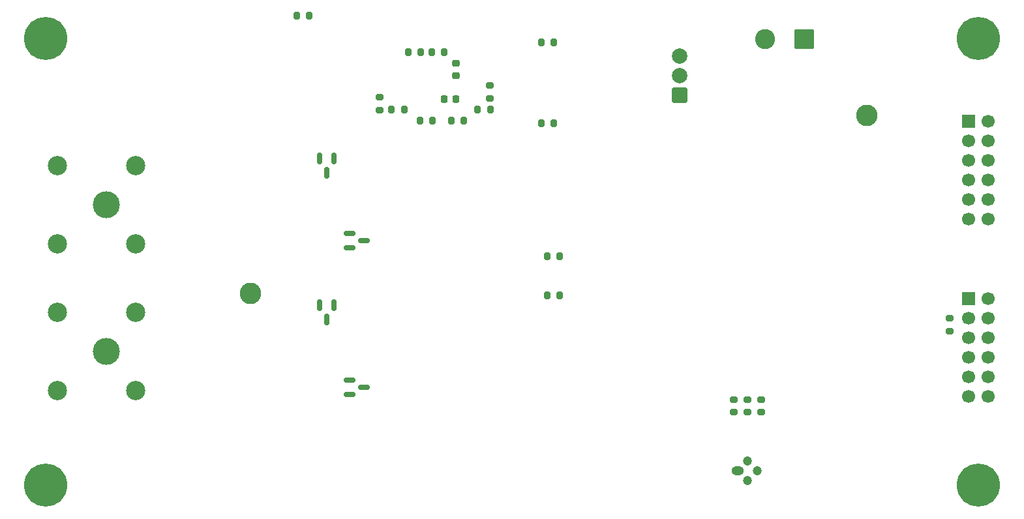
<source format=gbr>
G04 #@! TF.GenerationSoftware,KiCad,Pcbnew,9.0.3*
G04 #@! TF.CreationDate,2025-08-15T00:00:32+02:00*
G04 #@! TF.ProjectId,MADC_ARTY,4d414443-5f41-4525-9459-2e6b69636164,rev?*
G04 #@! TF.SameCoordinates,Original*
G04 #@! TF.FileFunction,Soldermask,Bot*
G04 #@! TF.FilePolarity,Negative*
%FSLAX46Y46*%
G04 Gerber Fmt 4.6, Leading zero omitted, Abs format (unit mm)*
G04 Created by KiCad (PCBNEW 9.0.3) date 2025-08-15 00:00:32*
%MOMM*%
%LPD*%
G01*
G04 APERTURE LIST*
G04 Aperture macros list*
%AMRoundRect*
0 Rectangle with rounded corners*
0 $1 Rounding radius*
0 $2 $3 $4 $5 $6 $7 $8 $9 X,Y pos of 4 corners*
0 Add a 4 corners polygon primitive as box body*
4,1,4,$2,$3,$4,$5,$6,$7,$8,$9,$2,$3,0*
0 Add four circle primitives for the rounded corners*
1,1,$1+$1,$2,$3*
1,1,$1+$1,$4,$5*
1,1,$1+$1,$6,$7*
1,1,$1+$1,$8,$9*
0 Add four rect primitives between the rounded corners*
20,1,$1+$1,$2,$3,$4,$5,0*
20,1,$1+$1,$4,$5,$6,$7,0*
20,1,$1+$1,$6,$7,$8,$9,0*
20,1,$1+$1,$8,$9,$2,$3,0*%
G04 Aperture macros list end*
%ADD10C,2.500000*%
%ADD11C,3.500000*%
%ADD12RoundRect,0.250000X0.750000X0.750000X-0.750000X0.750000X-0.750000X-0.750000X0.750000X-0.750000X0*%
%ADD13C,2.000000*%
%ADD14C,5.600000*%
%ADD15C,2.800000*%
%ADD16O,1.600000X1.200000*%
%ADD17C,1.200000*%
%ADD18R,1.700000X1.700000*%
%ADD19C,1.700000*%
%ADD20RoundRect,0.250000X1.050000X1.050000X-1.050000X1.050000X-1.050000X-1.050000X1.050000X-1.050000X0*%
%ADD21C,2.600000*%
%ADD22RoundRect,0.200000X-0.200000X-0.275000X0.200000X-0.275000X0.200000X0.275000X-0.200000X0.275000X0*%
%ADD23RoundRect,0.150000X-0.587500X-0.150000X0.587500X-0.150000X0.587500X0.150000X-0.587500X0.150000X0*%
%ADD24RoundRect,0.200000X0.275000X-0.200000X0.275000X0.200000X-0.275000X0.200000X-0.275000X-0.200000X0*%
%ADD25RoundRect,0.200000X-0.275000X0.200000X-0.275000X-0.200000X0.275000X-0.200000X0.275000X0.200000X0*%
%ADD26RoundRect,0.225000X0.225000X0.250000X-0.225000X0.250000X-0.225000X-0.250000X0.225000X-0.250000X0*%
%ADD27RoundRect,0.225000X-0.250000X0.225000X-0.250000X-0.225000X0.250000X-0.225000X0.250000X0.225000X0*%
%ADD28RoundRect,0.150000X-0.150000X0.587500X-0.150000X-0.587500X0.150000X-0.587500X0.150000X0.587500X0*%
%ADD29RoundRect,0.200000X0.200000X0.275000X-0.200000X0.275000X-0.200000X-0.275000X0.200000X-0.275000X0*%
G04 APERTURE END LIST*
D10*
G04 #@! TO.C,J1*
X105654000Y-72644000D03*
X105654000Y-62484000D03*
X95494000Y-72644000D03*
X95494000Y-62484000D03*
D11*
X101854000Y-67564000D03*
G04 #@! TD*
D12*
G04 #@! TO.C,U3*
X176273500Y-53340000D03*
D13*
X176273500Y-50800000D03*
X176273500Y-48260000D03*
G04 #@! TD*
D14*
G04 #@! TO.C,H2*
X215000000Y-46000000D03*
G04 #@! TD*
D15*
G04 #@! TO.C,TP7*
X120523000Y-79121000D03*
G04 #@! TD*
G04 #@! TO.C,TP6*
X200533000Y-56007000D03*
G04 #@! TD*
D10*
G04 #@! TO.C,J2*
X105654000Y-91694000D03*
X105654000Y-81534000D03*
X95494000Y-91694000D03*
X95494000Y-81534000D03*
D11*
X101854000Y-86614000D03*
G04 #@! TD*
D16*
G04 #@! TO.C,U21*
X183769000Y-102108000D03*
D17*
X185039000Y-103378000D03*
X186309000Y-102108000D03*
X185039000Y-100838000D03*
G04 #@! TD*
D14*
G04 #@! TO.C,H3*
X94000000Y-104000000D03*
G04 #@! TD*
G04 #@! TO.C,H4*
X215000000Y-104000000D03*
G04 #@! TD*
G04 #@! TO.C,H1*
X94000000Y-46000000D03*
G04 #@! TD*
D18*
G04 #@! TO.C,J5*
X213800000Y-56800000D03*
D19*
X216340000Y-56800000D03*
X213800000Y-59340000D03*
X216340000Y-59340000D03*
X213800000Y-61880000D03*
X216340000Y-61880000D03*
X213800000Y-64420000D03*
X216340000Y-64420000D03*
X213800000Y-66960000D03*
X216340000Y-66960000D03*
X213800000Y-69500000D03*
X216340000Y-69500000D03*
G04 #@! TD*
D18*
G04 #@! TO.C,J4*
X213800000Y-79800000D03*
D19*
X216340000Y-79800000D03*
X213800000Y-82340000D03*
X216340000Y-82340000D03*
X213800000Y-84880000D03*
X216340000Y-84880000D03*
X213800000Y-87420000D03*
X216340000Y-87420000D03*
X213800000Y-89960000D03*
X216340000Y-89960000D03*
X213800000Y-92500000D03*
X216340000Y-92500000D03*
G04 #@! TD*
D20*
G04 #@! TO.C,J3*
X192405000Y-46055500D03*
D21*
X187325000Y-46055500D03*
G04 #@! TD*
D22*
G04 #@! TO.C,R15*
X150051000Y-55245000D03*
X151701000Y-55245000D03*
G04 #@! TD*
D23*
G04 #@! TO.C,Q6*
X133427500Y-73213000D03*
X133427500Y-71313000D03*
X135302500Y-72263000D03*
G04 #@! TD*
D24*
G04 #@! TO.C,R67*
X183261000Y-94551000D03*
X183261000Y-92901000D03*
G04 #@! TD*
G04 #@! TO.C,R66*
X185039000Y-94551000D03*
X185039000Y-92901000D03*
G04 #@! TD*
D25*
G04 #@! TO.C,R65*
X186817000Y-92901000D03*
X186817000Y-94551000D03*
G04 #@! TD*
D26*
G04 #@! TO.C,C15*
X147206000Y-53848000D03*
X145656000Y-53848000D03*
G04 #@! TD*
D22*
G04 #@! TO.C,R97*
X144082000Y-47752000D03*
X145732000Y-47752000D03*
G04 #@! TD*
G04 #@! TO.C,R96*
X141034000Y-47752000D03*
X142684000Y-47752000D03*
G04 #@! TD*
G04 #@! TO.C,R95*
X138875000Y-55245000D03*
X140525000Y-55245000D03*
G04 #@! TD*
D27*
G04 #@! TO.C,C10*
X147193000Y-49263000D03*
X147193000Y-50813000D03*
G04 #@! TD*
D25*
G04 #@! TO.C,R90*
X211328000Y-82360000D03*
X211328000Y-84010000D03*
G04 #@! TD*
D22*
G04 #@! TO.C,R98*
X146622000Y-56642000D03*
X148272000Y-56642000D03*
G04 #@! TD*
D28*
G04 #@! TO.C,Q10*
X129479000Y-80596500D03*
X131379000Y-80596500D03*
X130429000Y-82471500D03*
G04 #@! TD*
D25*
G04 #@! TO.C,R25*
X151638000Y-52134000D03*
X151638000Y-53784000D03*
G04 #@! TD*
D29*
G04 #@! TO.C,R36*
X159956000Y-57023000D03*
X158306000Y-57023000D03*
G04 #@! TD*
D23*
G04 #@! TO.C,Q14*
X133427500Y-92263000D03*
X133427500Y-90363000D03*
X135302500Y-91313000D03*
G04 #@! TD*
D25*
G04 #@! TO.C,R24*
X137287000Y-53658000D03*
X137287000Y-55308000D03*
G04 #@! TD*
D29*
G04 #@! TO.C,R99*
X144208000Y-56642000D03*
X142558000Y-56642000D03*
G04 #@! TD*
G04 #@! TO.C,R35*
X128206000Y-43053000D03*
X126556000Y-43053000D03*
G04 #@! TD*
D22*
G04 #@! TO.C,R32*
X158306000Y-46482000D03*
X159956000Y-46482000D03*
G04 #@! TD*
D28*
G04 #@! TO.C,Q2*
X129479000Y-61546500D03*
X131379000Y-61546500D03*
X130429000Y-63421500D03*
G04 #@! TD*
D29*
G04 #@! TO.C,R45*
X160718000Y-74295000D03*
X159068000Y-74295000D03*
G04 #@! TD*
G04 #@! TO.C,R44*
X160718000Y-79375000D03*
X159068000Y-79375000D03*
G04 #@! TD*
M02*

</source>
